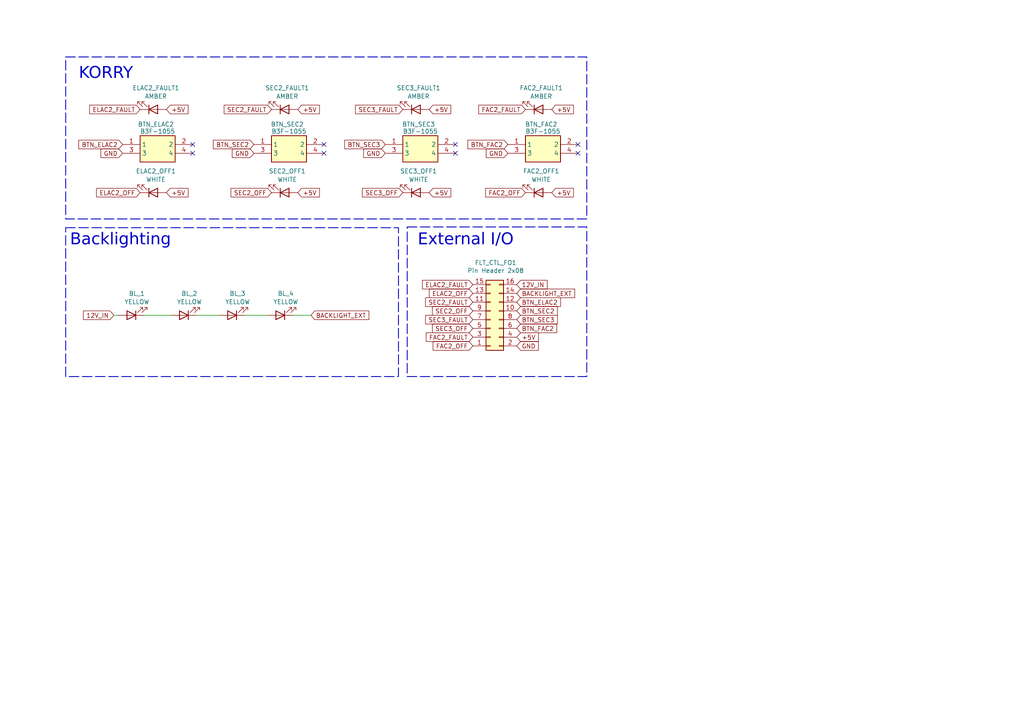
<source format=kicad_sch>
(kicad_sch (version 20231120) (generator "eeschema") (generator_version "8.0")
  (paper "A4")
  (title_block (title "FLT CTL FO Panel") (date "2024-11-17") (rev "V1.0") (company "S.K."))
  (lib_symbols
    (symbol "Connector_Generic:Conn_02x08_Odd_Even" (pin_names (offset 1.016) hide)
      (property "Reference" "J" (at 1.27 10.16 0))
      (property "Value" "Conn_02x08_Odd_Even" (at 1.27 -12.7 0))
      (symbol "Conn_02x08_Odd_Even_1_1"
        (rectangle (start -1.27 -10.033) (end 0 -10.287) (stroke (width 0.1524)))
        (rectangle (start -1.27 -7.493) (end 0 -7.747) (stroke (width 0.1524)))
        (rectangle (start -1.27 -4.953) (end 0 -5.207) (stroke (width 0.1524)))
        (rectangle (start -1.27 -2.413) (end 0 -2.667) (stroke (width 0.1524)))
        (rectangle (start -1.27 0.127) (end 0 -0.127) (stroke (width 0.1524)))
        (rectangle (start -1.27 2.667) (end 0 2.413) (stroke (width 0.1524)))
        (rectangle (start -1.27 5.207) (end 0 4.953) (stroke (width 0.1524)))
        (rectangle (start -1.27 7.747) (end 0 7.493) (stroke (width 0.1524)))
        (rectangle (start -1.27 8.89) (end 3.81 -11.43) (stroke (width 0.254)) (fill (type background)))
        (rectangle (start 3.81 -10.033) (end 2.54 -10.287) (stroke (width 0.1524)))
        (rectangle (start 3.81 -7.493) (end 2.54 -7.747) (stroke (width 0.1524)))
        (rectangle (start 3.81 -4.953) (end 2.54 -5.207) (stroke (width 0.1524)))
        (rectangle (start 3.81 -2.413) (end 2.54 -2.667) (stroke (width 0.1524)))
        (rectangle (start 3.81 0.127) (end 2.54 -0.127) (stroke (width 0.1524)))
        (rectangle (start 3.81 2.667) (end 2.54 2.413) (stroke (width 0.1524)))
        (rectangle (start 3.81 5.207) (end 2.54 4.953) (stroke (width 0.1524)))
        (rectangle (start 3.81 7.747) (end 2.54 7.493) (stroke (width 0.1524)))
        (pin passive line (at -5.08 7.62 0) (length 3.81) (name "Pin_1") (number "1"))
        (pin passive line (at 7.62 -2.54 180) (length 3.81) (name "Pin_10") (number "10"))
        (pin passive line (at -5.08 -5.08 0) (length 3.81) (name "Pin_11") (number "11"))
        (pin passive line (at 7.62 -5.08 180) (length 3.81) (name "Pin_12") (number "12"))
        (pin passive line (at -5.08 -7.62 0) (length 3.81) (name "Pin_13") (number "13"))
        (pin passive line (at 7.62 -7.62 180) (length 3.81) (name "Pin_14") (number "14"))
        (pin passive line (at -5.08 -10.16 0) (length 3.81) (name "Pin_15") (number "15"))
        (pin passive line (at 7.62 -10.16 180) (length 3.81) (name "Pin_16") (number "16"))
        (pin passive line (at 7.62 7.62 180) (length 3.81) (name "Pin_2") (number "2"))
        (pin passive line (at -5.08 5.08 0) (length 3.81) (name "Pin_3") (number "3"))
        (pin passive line (at 7.62 5.08 180) (length 3.81) (name "Pin_4") (number "4"))
        (pin passive line (at -5.08 2.54 0) (length 3.81) (name "Pin_5") (number "5"))
        (pin passive line (at 7.62 2.54 180) (length 3.81) (name "Pin_6") (number "6"))
        (pin passive line (at -5.08 0 0) (length 3.81) (name "Pin_7") (number "7"))
        (pin passive line (at 7.62 0 180) (length 3.81) (name "Pin_8") (number "8"))
        (pin passive line (at -5.08 -2.54 0) (length 3.81) (name "Pin_9") (number "9"))
      )
    )
    (symbol "Device:LED" (pin_numbers hide) (pin_names (offset 1.016) hide)
      (property "Reference" "D" (at 0 2.54 0))
      (property "Value" "LED" (at 0 -2.54 0))
      (symbol "LED_0_1"
        (polyline (pts (xy -1.27 -1.27) (xy -1.27 1.27)) (stroke (width 0.254)))
        (polyline (pts (xy -1.27 0) (xy 1.27 0)))
        (polyline (pts (xy 1.27 -1.27) (xy 1.27 1.27) (xy -1.27 0) (xy 1.27 -1.27)) (stroke (width 0.254)))
        (polyline (pts (xy -3.048 -0.762) (xy -4.572 -2.286) (xy -3.81 -2.286) (xy -4.572 -2.286) (xy -4.572 -1.524)))
        (polyline (pts (xy -1.778 -0.762) (xy -3.302 -2.286) (xy -2.54 -2.286) (xy -3.302 -2.286) (xy -3.302 -1.524)))
      )
      (symbol "LED_1_1"
        (pin passive line (at -3.81 0 0) (length 2.54) (name "K") (number "1"))
        (pin passive line (at 3.81 0 180) (length 2.54) (name "A") (number "2"))
      )
    )
    (symbol "SamacSys_Parts:B3F-1055"
      (property "Reference" "SW" (at 5.588 7.62 0))
      (property "Value" "B3F-1055" (at 5.334 5.08 0))
      (symbol "B3F-1055_1_1"
        (rectangle (start 5.08 2.54) (end 15.24 -5.08) (stroke (width 0.254)) (fill (type background)))
        (pin passive line (at 20.32 -2.54 180) (length 5.08) (name "1") (number "1"))
        (pin passive line (at 0 -2.54 0) (length 5.08) (name "2") (number "2"))
        (pin passive line (at 20.32 0 180) (length 5.08) (name "3") (number "3"))
        (pin passive line (at 0 0 0) (length 5.08) (name "4") (number "4"))
      )
    )
  )
  (no_connect (at 132.08 44.45))
  (no_connect (at 93.98 44.45))
  (no_connect (at 132.08 41.91))
  (no_connect (at 55.88 41.91))
  (no_connect (at 55.88 44.45))
  (no_connect (at 93.98 41.91))
  (no_connect (at 167.64 41.91))
  (no_connect (at 167.64 44.45))
  (wire (pts (xy 57.15 91.44) (xy 63.5 91.44)))
  (wire (pts (xy 85.09 91.44) (xy 90.17 91.44)))
  (wire (pts (xy 33.02 91.44) (xy 34.29 91.44)))
  (wire (pts (xy 41.91 91.44) (xy 49.53 91.44)))
  (wire (pts (xy 71.12 91.44) (xy 77.47 91.44)))
  (rectangle (start 19.0499 66.04) (end 115.57 109.22) (stroke (width 0.254) (type dash)))
  (rectangle (start 118.11 65.8234) (end 170.18 109.22) (stroke (width 0.254) (type dash)))
  (rectangle (start 19.05 16.51) (end 170.18 63.5) (stroke (width 0.254) (type dash)))
  (text "Backlighting" (at 20.32 68.58 0) (effects (font (size 3.3782 3.3782)) (justify left top)))
  (text "External I/O" (at 121.158 68.58 0) (effects (font (size 3.3782 3.3782)) (justify left top)))
  (text "KORRY" (at 22.86 20.32 0) (effects (font (size 3.3782 3.3782)) (justify left top)))
  (global_label "BTN_FAC2" (shape input) (at 149.86 95.25 0) (property "Intersheetrefs" "${INTERSHEET_REFS}" (effects (hide yes))))
  (global_label "GND" (shape input) (at 111.76 44.45 180) (property "Intersheetrefs" "${INTERSHEET_REFS}" (effects (hide yes))))
  (global_label "+5V" (shape input) (at 124.46 55.88 0) (property "Intersheetrefs" "${INTERSHEET_REFS}" (effects (hide yes))))
  (global_label "BTN_SEC2" (shape input) (at 73.66 41.91 180) (property "Intersheetrefs" "${INTERSHEET_REFS}" (effects (hide yes))))
  (global_label "BTN_SEC2" (shape input) (at 149.86 90.17 0) (property "Intersheetrefs" "${INTERSHEET_REFS}" (effects (hide yes))))
  (global_label "FAC2_FAULT" (shape input) (at 152.4 31.75 180) (property "Intersheetrefs" "${INTERSHEET_REFS}" (effects (hide yes))))
  (global_label "SEC2_OFF" (shape input) (at 78.74 55.88 180) (property "Intersheetrefs" "${INTERSHEET_REFS}" (effects (hide yes))))
  (global_label "BTN_FAC2" (shape input) (at 147.32 41.91 180) (property "Intersheetrefs" "${INTERSHEET_REFS}" (effects (hide yes))))
  (global_label "ELAC2_FAULT" (shape input) (at 40.64 31.75 180) (property "Intersheetrefs" "${INTERSHEET_REFS}" (effects (hide yes))))
  (global_label "BACKLIGHT_EXT" (shape input) (at 90.17 91.44 0) (property "Intersheetrefs" "${INTERSHEET_REFS}" (effects (hide yes))))
  (global_label "+5V" (shape input) (at 48.26 31.75 0) (property "Intersheetrefs" "${INTERSHEET_REFS}" (effects (hide yes))))
  (global_label "SEC3_OFF" (shape input) (at 137.16 95.25 180) (property "Intersheetrefs" "${INTERSHEET_REFS}" (effects (hide yes))))
  (global_label "ELAC2_OFF" (shape input) (at 40.64 55.88 180) (property "Intersheetrefs" "${INTERSHEET_REFS}" (effects (hide yes))))
  (global_label "SEC3_FAULT" (shape input) (at 137.16 92.71 180) (property "Intersheetrefs" "${INTERSHEET_REFS}" (effects (hide yes))))
  (global_label "SEC2_FAULT" (shape input) (at 78.74 31.75 180) (property "Intersheetrefs" "${INTERSHEET_REFS}" (effects (hide yes))))
  (global_label "+5V" (shape input) (at 124.46 31.75 0) (property "Intersheetrefs" "${INTERSHEET_REFS}" (effects (hide yes))))
  (global_label "12V_IN" (shape input) (at 33.02 91.44 180) (property "Intersheetrefs" "${INTERSHEET_REFS}" (effects (hide yes))))
  (global_label "ELAC2_OFF" (shape input) (at 137.16 85.09 180) (property "Intersheetrefs" "${INTERSHEET_REFS}" (effects (hide yes))))
  (global_label "SEC2_FAULT" (shape input) (at 137.16 87.63 180) (property "Intersheetrefs" "${INTERSHEET_REFS}" (effects (hide yes))))
  (global_label "+5V" (shape input) (at 86.36 55.88 0) (property "Intersheetrefs" "${INTERSHEET_REFS}" (effects (hide yes))))
  (global_label "BTN_ELAC2" (shape input) (at 149.86 87.63 0) (property "Intersheetrefs" "${INTERSHEET_REFS}" (effects (hide yes))))
  (global_label "+5V" (shape input) (at 160.02 31.75 0) (property "Intersheetrefs" "${INTERSHEET_REFS}" (effects (hide yes))))
  (global_label "+5V" (shape input) (at 160.02 55.88 0) (property "Intersheetrefs" "${INTERSHEET_REFS}" (effects (hide yes))))
  (global_label "GND" (shape input) (at 149.86 100.33 0) (property "Intersheetrefs" "${INTERSHEET_REFS}" (effects (hide yes))))
  (global_label "FAC2_OFF" (shape input) (at 137.16 100.33 180) (property "Intersheetrefs" "${INTERSHEET_REFS}" (effects (hide yes))))
  (global_label "+5V" (shape input) (at 149.86 97.79 0) (property "Intersheetrefs" "${INTERSHEET_REFS}" (effects (hide yes))))
  (global_label "SEC3_OFF" (shape input) (at 116.84 55.88 180) (property "Intersheetrefs" "${INTERSHEET_REFS}" (effects (hide yes))))
  (global_label "SEC3_FAULT" (shape input) (at 116.84 31.75 180) (property "Intersheetrefs" "${INTERSHEET_REFS}" (effects (hide yes))))
  (global_label "FAC2_OFF" (shape input) (at 152.4 55.88 180) (property "Intersheetrefs" "${INTERSHEET_REFS}" (effects (hide yes))))
  (global_label "+5V" (shape input) (at 86.36 31.75 0) (property "Intersheetrefs" "${INTERSHEET_REFS}" (effects (hide yes))))
  (global_label "BTN_SEC3" (shape input) (at 149.86 92.71 0) (property "Intersheetrefs" "${INTERSHEET_REFS}" (effects (hide yes))))
  (global_label "GND" (shape input) (at 147.32 44.45 180) (property "Intersheetrefs" "${INTERSHEET_REFS}" (effects (hide yes))))
  (global_label "12V_IN" (shape input) (at 149.86 82.55 0) (property "Intersheetrefs" "${INTERSHEET_REFS}" (effects (hide yes))))
  (global_label "ELAC2_FAULT" (shape input) (at 137.16 82.55 180) (property "Intersheetrefs" "${INTERSHEET_REFS}" (effects (hide yes))))
  (global_label "+5V" (shape input) (at 48.26 55.88 0) (property "Intersheetrefs" "${INTERSHEET_REFS}" (effects (hide yes))))
  (global_label "BACKLIGHT_EXT" (shape input) (at 149.86 85.09 0) (property "Intersheetrefs" "${INTERSHEET_REFS}" (effects (hide yes))))
  (global_label "GND" (shape input) (at 73.66 44.45 180) (property "Intersheetrefs" "${INTERSHEET_REFS}" (effects (hide yes))))
  (global_label "SEC2_OFF" (shape input) (at 137.16 90.17 180) (property "Intersheetrefs" "${INTERSHEET_REFS}" (effects (hide yes))))
  (global_label "FAC2_FAULT" (shape input) (at 137.16 97.79 180) (property "Intersheetrefs" "${INTERSHEET_REFS}" (effects (hide yes))))
  (global_label "BTN_ELAC2" (shape input) (at 35.56 41.91 180) (property "Intersheetrefs" "${INTERSHEET_REFS}" (effects (hide yes))))
  (global_label "GND" (shape input) (at 35.56 44.45 180) (property "Intersheetrefs" "${INTERSHEET_REFS}" (effects (hide yes))))
  (global_label "BTN_SEC3" (shape input) (at 111.76 41.91 180) (property "Intersheetrefs" "${INTERSHEET_REFS}" (effects (hide yes))))
  (symbol (lib_id "Device:LED") (at 53.34 91.44 180) (unit 1)
    (property "Reference" "BL_2" (at 54.9275 85.1365 0))
    (property "Value" "YELLOW" (at 54.9275 87.5608 0))
    (property "Footprint" "LED_THT:LED_D3.0mm" (effects (hide yes)))
    (property "Description" "Light emitting diode" (effects (hide yes)))
  )
  (symbol (lib_id "SamacSys_Parts:B3F-1055") (at 93.98 44.45 180) (unit 1)
    (property "Reference" "BTN_SEC2" (at 83.312 36.068 0))
    (property "Value" "B3F-1055" (at 83.82 38.1 0))
    (property "Footprint" "SamacSys_Parts:B3F1000" (effects (hide yes)))
    (property "Datasheet" "https://omronfs.omron.com/en_US/ecb/products/pdf/en-b3f.pdf" (effects (hide yes)))
    (property "Description" "OMRON ELECTRONIC COMPONENTS - B3F-1055 - SWITCH, TACTILE, SPST-NO, 50mA, THOUGH HOLE" (effects (hide yes)))
    (property "Mouser Part Number" "653-B3F-1055" (effects (hide yes)))
    (property "Mouser Price/Stock" "https://www.mouser.co.uk/ProductDetail/Omron-Electronics/B3F-1055?qs=1tDaWCEHQQ77i2BzV2Yqkw%3D%3D" (effects (hide yes)))
    (property "Manufacturer_Name" "Omron Electronics" (effects (hide yes)))
    (property "Manufacturer_Part_Number" "B3F-1055" (effects (hide yes)))
  )
  (symbol (lib_id "Device:LED") (at 156.21 55.88 0) (mirror x) (unit 1)
    (property "Reference" "FAC2_OFF1" (at 156.972 49.6457 0))
    (property "Value" "WHITE" (at 156.972 52.07 0))
    (property "Footprint" "LED_THT:LED_D3.0mm" (effects (hide yes)))
    (property "Description" "Light emitting diode" (effects (hide yes)))
  )
  (symbol (lib_id "Device:LED") (at 67.31 91.44 180) (unit 1)
    (property "Reference" "BL_3" (at 68.8975 85.1365 0))
    (property "Value" "YELLOW" (at 68.8975 87.5608 0))
    (property "Footprint" "LED_THT:LED_D3.0mm" (effects (hide yes)))
    (property "Description" "Light emitting diode" (effects (hide yes)))
  )
  (symbol (lib_id "Device:LED") (at 156.21 31.75 0) (mirror x) (unit 1)
    (property "Reference" "FAC2_FAULT1" (at 156.972 25.5157 0))
    (property "Value" "AMBER" (at 156.972 27.94 0))
    (property "Footprint" "LED_THT:LED_D3.0mm" (effects (hide yes)))
    (property "Description" "Light emitting diode" (effects (hide yes)))
  )
  (symbol (lib_id "Device:LED") (at 120.65 55.88 0) (mirror x) (unit 1)
    (property "Reference" "SEC3_OFF1" (at 121.412 49.6457 0))
    (property "Value" "WHITE" (at 121.412 52.07 0))
    (property "Footprint" "LED_THT:LED_D3.0mm" (effects (hide yes)))
    (property "Description" "Light emitting diode" (effects (hide yes)))
  )
  (symbol (lib_id "SamacSys_Parts:B3F-1055") (at 132.08 44.45 180) (unit 1)
    (property "Reference" "BTN_SEC3" (at 121.412 36.068 0))
    (property "Value" "B3F-1055" (at 121.92 38.1 0))
    (property "Footprint" "SamacSys_Parts:B3F1000" (effects (hide yes)))
    (property "Datasheet" "https://omronfs.omron.com/en_US/ecb/products/pdf/en-b3f.pdf" (effects (hide yes)))
    (property "Description" "OMRON ELECTRONIC COMPONENTS - B3F-1055 - SWITCH, TACTILE, SPST-NO, 50mA, THOUGH HOLE" (effects (hide yes)))
    (property "Mouser Part Number" "653-B3F-1055" (effects (hide yes)))
    (property "Mouser Price/Stock" "https://www.mouser.co.uk/ProductDetail/Omron-Electronics/B3F-1055?qs=1tDaWCEHQQ77i2BzV2Yqkw%3D%3D" (effects (hide yes)))
    (property "Manufacturer_Name" "Omron Electronics" (effects (hide yes)))
    (property "Manufacturer_Part_Number" "B3F-1055" (effects (hide yes)))
  )
  (symbol (lib_id "SamacSys_Parts:B3F-1055") (at 55.88 44.45 180) (unit 1)
    (property "Reference" "BTN_ELAC2" (at 45.212 36.068 0))
    (property "Value" "B3F-1055" (at 45.72 38.1 0))
    (property "Footprint" "SamacSys_Parts:B3F1000" (effects (hide yes)))
    (property "Datasheet" "https://omronfs.omron.com/en_US/ecb/products/pdf/en-b3f.pdf" (effects (hide yes)))
    (property "Description" "OMRON ELECTRONIC COMPONENTS - B3F-1055 - SWITCH, TACTILE, SPST-NO, 50mA, THOUGH HOLE" (effects (hide yes)))
    (property "Mouser Part Number" "653-B3F-1055" (effects (hide yes)))
    (property "Mouser Price/Stock" "https://www.mouser.co.uk/ProductDetail/Omron-Electronics/B3F-1055?qs=1tDaWCEHQQ77i2BzV2Yqkw%3D%3D" (effects (hide yes)))
    (property "Manufacturer_Name" "Omron Electronics" (effects (hide yes)))
    (property "Manufacturer_Part_Number" "B3F-1055" (effects (hide yes)))
  )
  (symbol (lib_id "Device:LED") (at 82.55 55.88 0) (mirror x) (unit 1)
    (property "Reference" "SEC2_OFF1" (at 83.312 49.6457 0))
    (property "Value" "WHITE" (at 83.312 52.07 0))
    (property "Footprint" "LED_THT:LED_D3.0mm" (effects (hide yes)))
    (property "Description" "Light emitting diode" (effects (hide yes)))
  )
  (symbol (lib_id "Device:LED") (at 38.1 91.44 180) (unit 1)
    (property "Reference" "BL_1" (at 39.6875 85.1365 0))
    (property "Value" "YELLOW" (at 39.6875 87.5608 0))
    (property "Footprint" "LED_THT:LED_D3.0mm" (effects (hide yes)))
    (property "Description" "Light emitting diode" (effects (hide yes)))
  )
  (symbol (lib_id "Device:LED") (at 44.45 31.75 0) (mirror x) (unit 1)
    (property "Reference" "ELAC2_FAULT1" (at 45.212 25.5157 0))
    (property "Value" "AMBER" (at 45.212 27.94 0))
    (property "Footprint" "LED_THT:LED_D3.0mm" (effects (hide yes)))
    (property "Description" "Light emitting diode" (effects (hide yes)))
  )
  (symbol (lib_id "Connector_Generic:Conn_02x08_Odd_Even") (at 142.24 92.71 0) (mirror x) (unit 1)
    (property "Reference" "FLT_CTL_FO1" (at 143.764 76.2 0))
    (property "Value" "Pin Header 2x08" (at 143.764 78.486 0))
    (property "Footprint" "Connector_IDC:IDC-Header_2x08_P2.54mm_Vertical" (effects (hide yes)))
    (property "Description" "Generic connector, double row, 02x08, odd/even pin numbering scheme (row 1 odd numbers, row 2 even numbers), script generated (kicad-library-utils/schlib/autogen/connector/)" (effects (hide yes)))
  )
  (symbol (lib_id "Device:LED") (at 120.65 31.75 0) (mirror x) (unit 1)
    (property "Reference" "SEC3_FAULT1" (at 121.412 25.5157 0))
    (property "Value" "AMBER" (at 121.412 27.94 0))
    (property "Footprint" "LED_THT:LED_D3.0mm" (effects (hide yes)))
    (property "Description" "Light emitting diode" (effects (hide yes)))
  )
  (symbol (lib_id "Device:LED") (at 44.45 55.88 0) (mirror x) (unit 1)
    (property "Reference" "ELAC2_OFF1" (at 45.212 49.6457 0))
    (property "Value" "WHITE" (at 45.212 52.07 0))
    (property "Footprint" "LED_THT:LED_D3.0mm" (effects (hide yes)))
    (property "Description" "Light emitting diode" (effects (hide yes)))
  )
  (symbol (lib_id "Device:LED") (at 82.55 31.75 0) (mirror x) (unit 1)
    (property "Reference" "SEC2_FAULT1" (at 83.312 25.5157 0))
    (property "Value" "AMBER" (at 83.312 27.94 0))
    (property "Footprint" "LED_THT:LED_D3.0mm" (effects (hide yes)))
    (property "Description" "Light emitting diode" (effects (hide yes)))
  )
  (symbol (lib_id "Device:LED") (at 81.28 91.44 180) (unit 1)
    (property "Reference" "BL_4" (at 82.8675 85.1365 0))
    (property "Value" "YELLOW" (at 82.8675 87.5608 0))
    (property "Footprint" "LED_THT:LED_D3.0mm" (effects (hide yes)))
    (property "Description" "Light emitting diode" (effects (hide yes)))
  )
  (symbol (lib_id "SamacSys_Parts:B3F-1055") (at 167.64 44.45 180) (unit 1)
    (property "Reference" "BTN_FAC2" (at 156.972 36.068 0))
    (property "Value" "B3F-1055" (at 157.48 38.1 0))
    (property "Footprint" "SamacSys_Parts:B3F1000" (effects (hide yes)))
    (property "Datasheet" "https://omronfs.omron.com/en_US/ecb/products/pdf/en-b3f.pdf" (effects (hide yes)))
    (property "Description" "OMRON ELECTRONIC COMPONENTS - B3F-1055 - SWITCH, TACTILE, SPST-NO, 50mA, THOUGH HOLE" (effects (hide yes)))
    (property "Mouser Part Number" "653-B3F-1055" (effects (hide yes)))
    (property "Mouser Price/Stock" "https://www.mouser.co.uk/ProductDetail/Omron-Electronics/B3F-1055?qs=1tDaWCEHQQ77i2BzV2Yqkw%3D%3D" (effects (hide yes)))
    (property "Manufacturer_Name" "Omron Electronics" (effects (hide yes)))
    (property "Manufacturer_Part_Number" "B3F-1055" (effects (hide yes)))
  )
)
</source>
